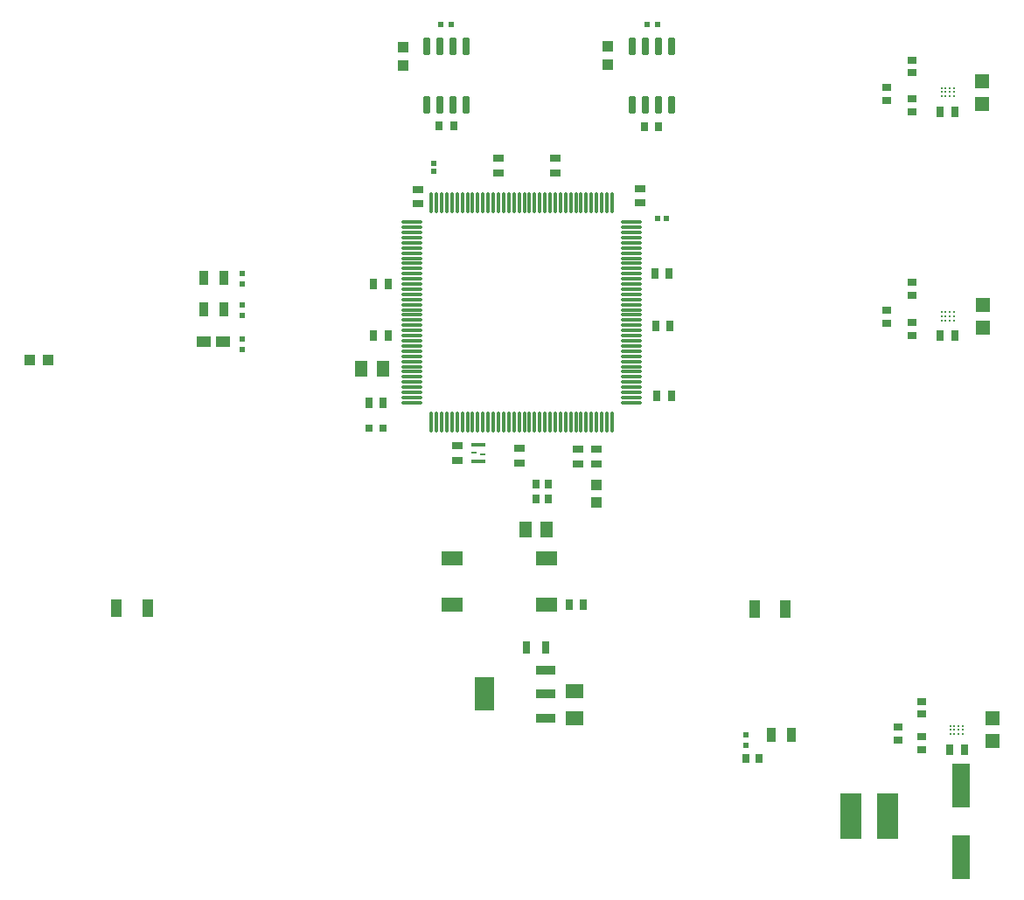
<source format=gtp>
G04*
G04 #@! TF.GenerationSoftware,Altium Limited,Altium Designer,20.2.3 (150)*
G04*
G04 Layer_Color=8421504*
%FSLAX25Y25*%
%MOIN*%
G70*
G04*
G04 #@! TF.SameCoordinates,12439D86-AE7D-45F5-80DB-552B17048F2A*
G04*
G04*
G04 #@! TF.FilePolarity,Positive*
G04*
G01*
G75*
%ADD17R,0.03197X0.02985*%
%ADD18R,0.05669X0.05512*%
%ADD19R,0.07087X0.05512*%
%ADD20R,0.07480X0.12598*%
%ADD21R,0.07480X0.03543*%
%ADD22R,0.03071X0.03858*%
%ADD23C,0.00837*%
%ADD24R,0.07874X0.17323*%
%ADD25R,0.07087X0.16535*%
%ADD26R,0.01968X0.01870*%
%ADD27R,0.03543X0.05512*%
%ADD28R,0.03150X0.03543*%
%ADD29R,0.04750X0.05938*%
%ADD30R,0.04134X0.07087*%
%ADD31R,0.02756X0.05118*%
G04:AMPARAMS|DCode=32|XSize=25.59mil|YSize=64.96mil|CornerRadius=1.92mil|HoleSize=0mil|Usage=FLASHONLY|Rotation=180.000|XOffset=0mil|YOffset=0mil|HoleType=Round|Shape=RoundedRectangle|*
%AMROUNDEDRECTD32*
21,1,0.02559,0.06112,0,0,180.0*
21,1,0.02175,0.06496,0,0,180.0*
1,1,0.00384,-0.01088,0.03056*
1,1,0.00384,0.01088,0.03056*
1,1,0.00384,0.01088,-0.03056*
1,1,0.00384,-0.01088,-0.03056*
%
%ADD32ROUNDEDRECTD32*%
%ADD33R,0.03985X0.04168*%
%ADD34R,0.01870X0.01968*%
%ADD35O,0.08268X0.01181*%
%ADD36O,0.01181X0.08268*%
%ADD37R,0.02559X0.02756*%
%ADD38R,0.05709X0.03937*%
%ADD39R,0.03858X0.03071*%
%ADD40R,0.02387X0.02473*%
%ADD41R,0.04168X0.03985*%
%ADD42R,0.05512X0.01575*%
%ADD43R,0.01968X0.00787*%
%ADD44R,0.02473X0.02387*%
%ADD45R,0.08268X0.05433*%
D17*
X355500Y361568D02*
D03*
Y356631D02*
D03*
Y346768D02*
D03*
Y341831D02*
D03*
X345900Y350969D02*
D03*
Y346031D02*
D03*
X355500Y271831D02*
D03*
Y276768D02*
D03*
X345900Y265968D02*
D03*
Y261032D02*
D03*
X355500Y261268D02*
D03*
Y256331D02*
D03*
X359100Y116868D02*
D03*
Y111932D02*
D03*
X350100Y106968D02*
D03*
Y102032D02*
D03*
X359100Y103469D02*
D03*
Y98532D02*
D03*
D18*
X382200Y353531D02*
D03*
Y344869D02*
D03*
X382400Y268131D02*
D03*
Y259469D02*
D03*
X386100Y110362D02*
D03*
Y101701D02*
D03*
D19*
X226600Y110500D02*
D03*
Y120736D02*
D03*
D20*
X192486Y119606D02*
D03*
D21*
X215714Y128661D02*
D03*
Y119606D02*
D03*
Y110551D02*
D03*
D22*
X369844Y98532D02*
D03*
X375356D02*
D03*
X366231Y256331D02*
D03*
X371743D02*
D03*
X366231Y341831D02*
D03*
X371743D02*
D03*
X230156Y153800D02*
D03*
X224644D02*
D03*
X150088Y256500D02*
D03*
X155600D02*
D03*
X148344Y230784D02*
D03*
X153856D02*
D03*
X262856Y280000D02*
D03*
X257344D02*
D03*
X263112Y260000D02*
D03*
X257600D02*
D03*
X263756Y233300D02*
D03*
X258244D02*
D03*
X150088Y276000D02*
D03*
X155600D02*
D03*
D23*
X371350Y265375D02*
D03*
Y263800D02*
D03*
Y262225D02*
D03*
X369775Y265375D02*
D03*
Y263800D02*
D03*
Y262225D02*
D03*
X368200Y265375D02*
D03*
Y263800D02*
D03*
Y262225D02*
D03*
X366625Y265375D02*
D03*
Y263800D02*
D03*
Y262225D02*
D03*
X374675Y107575D02*
D03*
Y106000D02*
D03*
Y104425D02*
D03*
X373100Y107575D02*
D03*
Y106000D02*
D03*
Y104425D02*
D03*
X371525Y107575D02*
D03*
Y106000D02*
D03*
Y104425D02*
D03*
X369950Y107575D02*
D03*
Y106000D02*
D03*
Y104425D02*
D03*
X371350Y350875D02*
D03*
Y349300D02*
D03*
Y347725D02*
D03*
X369775Y350875D02*
D03*
Y349300D02*
D03*
Y347725D02*
D03*
X368200Y350875D02*
D03*
Y349300D02*
D03*
Y347725D02*
D03*
X366625Y350875D02*
D03*
Y349300D02*
D03*
Y347725D02*
D03*
D24*
X332210Y73000D02*
D03*
X345990D02*
D03*
D25*
X374100Y57524D02*
D03*
Y84689D02*
D03*
D26*
X292100Y104036D02*
D03*
Y100000D02*
D03*
X100100Y250982D02*
D03*
Y255018D02*
D03*
Y263982D02*
D03*
Y268018D02*
D03*
Y275982D02*
D03*
Y280018D02*
D03*
D27*
X309340Y104000D02*
D03*
X301860D02*
D03*
X92938Y266265D02*
D03*
X85457D02*
D03*
X92938Y278265D02*
D03*
X85457D02*
D03*
D28*
X292179Y95000D02*
D03*
X297100D02*
D03*
X212100Y194000D02*
D03*
Y199906D02*
D03*
X216824D02*
D03*
Y194000D02*
D03*
X258856Y336200D02*
D03*
X253344D02*
D03*
X175144Y336500D02*
D03*
X180656D02*
D03*
D29*
X207963Y182500D02*
D03*
X216237D02*
D03*
X153637Y243700D02*
D03*
X145363D02*
D03*
D30*
X64006Y152300D02*
D03*
X52194D02*
D03*
X295290Y152199D02*
D03*
X307101D02*
D03*
D31*
X208360Y137500D02*
D03*
X215840D02*
D03*
D32*
X263900Y366822D02*
D03*
X258900D02*
D03*
X253900D02*
D03*
X248900D02*
D03*
X263900Y344578D02*
D03*
X258900D02*
D03*
X253900D02*
D03*
X248900D02*
D03*
X170400Y344378D02*
D03*
X175400D02*
D03*
X180400D02*
D03*
X185400D02*
D03*
X170400Y366622D02*
D03*
X175400D02*
D03*
X180400D02*
D03*
X185400D02*
D03*
D33*
X239400Y366652D02*
D03*
Y359748D02*
D03*
X235100Y192648D02*
D03*
Y199552D02*
D03*
X161400Y359548D02*
D03*
Y366452D02*
D03*
D34*
X258418Y375200D02*
D03*
X254382D02*
D03*
X175882Y375000D02*
D03*
X179918D02*
D03*
D35*
X164883Y230784D02*
D03*
Y232752D02*
D03*
X164883Y234720D02*
D03*
X164883Y236689D02*
D03*
Y238657D02*
D03*
Y240626D02*
D03*
Y242595D02*
D03*
Y244563D02*
D03*
X164883Y246532D02*
D03*
Y248500D02*
D03*
Y250468D02*
D03*
X164883Y252437D02*
D03*
Y254405D02*
D03*
Y256374D02*
D03*
Y258343D02*
D03*
Y260311D02*
D03*
X164883Y262280D02*
D03*
Y264248D02*
D03*
X164883Y266216D02*
D03*
Y268185D02*
D03*
Y270153D02*
D03*
Y272122D02*
D03*
Y274091D02*
D03*
X164883Y276059D02*
D03*
X164883Y278028D02*
D03*
Y279996D02*
D03*
Y281965D02*
D03*
Y283933D02*
D03*
Y285902D02*
D03*
X164883Y287870D02*
D03*
Y289839D02*
D03*
X164883Y291807D02*
D03*
Y293776D02*
D03*
Y295744D02*
D03*
Y297713D02*
D03*
Y299681D02*
D03*
X248348Y299681D02*
D03*
Y297713D02*
D03*
Y295744D02*
D03*
Y293776D02*
D03*
Y291807D02*
D03*
Y289839D02*
D03*
Y287870D02*
D03*
Y285902D02*
D03*
Y283933D02*
D03*
Y281965D02*
D03*
Y279996D02*
D03*
Y278028D02*
D03*
Y276059D02*
D03*
Y274091D02*
D03*
Y272122D02*
D03*
Y270153D02*
D03*
Y268185D02*
D03*
Y266216D02*
D03*
Y264248D02*
D03*
Y262280D02*
D03*
Y260311D02*
D03*
Y258343D02*
D03*
Y256374D02*
D03*
Y254405D02*
D03*
Y252437D02*
D03*
Y250468D02*
D03*
Y248500D02*
D03*
Y246532D02*
D03*
Y244563D02*
D03*
Y242595D02*
D03*
Y240626D02*
D03*
Y238657D02*
D03*
Y236689D02*
D03*
Y234720D02*
D03*
Y232752D02*
D03*
Y230784D02*
D03*
D36*
X172167Y306965D02*
D03*
X174135Y306965D02*
D03*
X176104D02*
D03*
X178072D02*
D03*
X180041D02*
D03*
X182009D02*
D03*
X183978Y306965D02*
D03*
X185947D02*
D03*
X187915Y306965D02*
D03*
X189883D02*
D03*
X191852D02*
D03*
X193821D02*
D03*
X195789D02*
D03*
X197757D02*
D03*
X199726D02*
D03*
X201694D02*
D03*
X203663D02*
D03*
X205631D02*
D03*
X207600D02*
D03*
X209569D02*
D03*
X211537D02*
D03*
X213506D02*
D03*
X215474D02*
D03*
X217442D02*
D03*
X219411D02*
D03*
X221379D02*
D03*
X223348Y306965D02*
D03*
X225317D02*
D03*
X227285D02*
D03*
X229254Y306965D02*
D03*
X231222D02*
D03*
X233191D02*
D03*
X235159D02*
D03*
X237128D02*
D03*
X239096D02*
D03*
X241065D02*
D03*
Y223500D02*
D03*
X239096D02*
D03*
X237128D02*
D03*
X235159D02*
D03*
X233190D02*
D03*
X231222D02*
D03*
X229254D02*
D03*
X227285D02*
D03*
X225317D02*
D03*
X223348D02*
D03*
X221379D02*
D03*
X219411D02*
D03*
X217442D02*
D03*
X215474D02*
D03*
X213506D02*
D03*
X211537D02*
D03*
X209569D02*
D03*
X207600D02*
D03*
X205631D02*
D03*
X203663D02*
D03*
X201694D02*
D03*
X199726D02*
D03*
X197757D02*
D03*
X195789D02*
D03*
X193821D02*
D03*
X191852D02*
D03*
X189883D02*
D03*
X187915D02*
D03*
X185947D02*
D03*
X183978D02*
D03*
X182009D02*
D03*
X180041D02*
D03*
X178072D02*
D03*
X176104D02*
D03*
X174135D02*
D03*
X172167D02*
D03*
D37*
X148342Y221099D02*
D03*
X153657D02*
D03*
D38*
X92643Y254000D02*
D03*
X85557D02*
D03*
D39*
X219411Y324012D02*
D03*
Y318500D02*
D03*
X197757Y324012D02*
D03*
Y318500D02*
D03*
X167100Y312156D02*
D03*
Y306644D02*
D03*
X235100Y207488D02*
D03*
Y213000D02*
D03*
X251600Y312512D02*
D03*
Y307000D02*
D03*
X205600Y207888D02*
D03*
Y213400D02*
D03*
X182100Y208744D02*
D03*
Y214256D02*
D03*
X228100Y207444D02*
D03*
Y212956D02*
D03*
D40*
X173100Y318968D02*
D03*
Y322031D02*
D03*
D41*
X19148Y247000D02*
D03*
X26052D02*
D03*
D42*
X190100Y208350D02*
D03*
Y214650D02*
D03*
D43*
X191872Y211106D02*
D03*
X188328Y211894D02*
D03*
D44*
X258537Y301000D02*
D03*
X261600D02*
D03*
D45*
X180187Y171319D02*
D03*
X216013D02*
D03*
X180187Y153681D02*
D03*
X216013Y153642D02*
D03*
M02*

</source>
